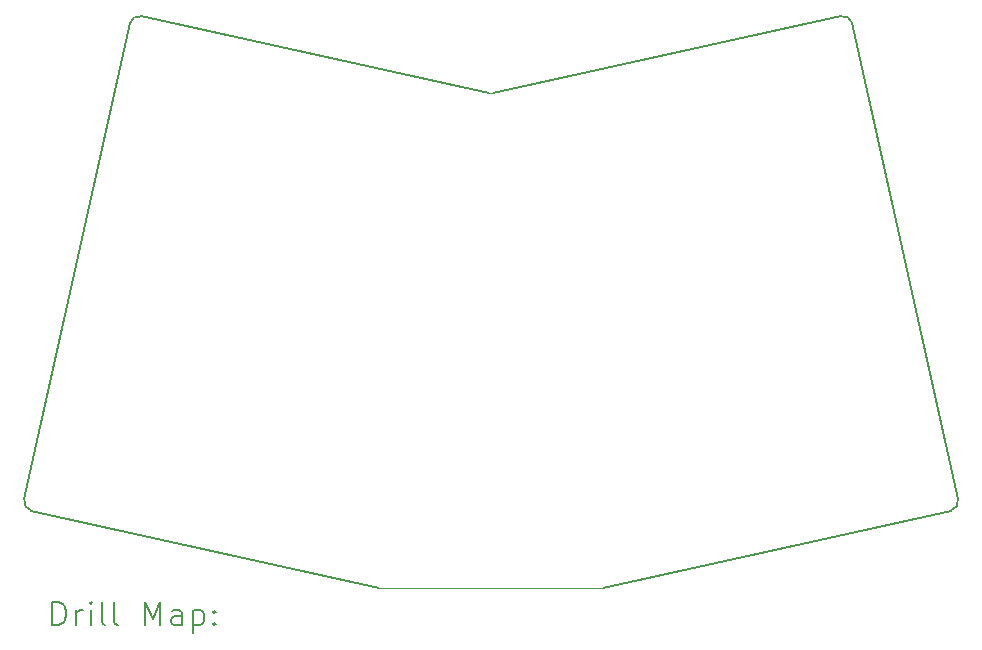
<source format=gbr>
%TF.GenerationSoftware,KiCad,Pcbnew,7.0.1-0*%
%TF.CreationDate,2023-05-03T10:27:24+09:00*%
%TF.ProjectId,centerjoint-0cm-wSwitch,63656e74-6572-46a6-9f69-6e742d30636d,rev?*%
%TF.SameCoordinates,Original*%
%TF.FileFunction,Drillmap*%
%TF.FilePolarity,Positive*%
%FSLAX45Y45*%
G04 Gerber Fmt 4.5, Leading zero omitted, Abs format (unit mm)*
G04 Created by KiCad (PCBNEW 7.0.1-0) date 2023-05-03 10:27:24*
%MOMM*%
%LPD*%
G01*
G04 APERTURE LIST*
%ADD10C,0.150000*%
%ADD11C,0.100000*%
%ADD12C,0.200000*%
G04 APERTURE END LIST*
D10*
X5609191Y-2082009D02*
X8553944Y-1429173D01*
D11*
X4642662Y-6266658D02*
X6536906Y-6266658D01*
D10*
X2625625Y-1429165D02*
G75*
G03*
X2530950Y-1489487I-17185J-77485D01*
G01*
X1637597Y-5519150D02*
G75*
G03*
X1697909Y-5613822I77493J-17180D01*
G01*
X2625623Y-1429174D02*
X5570376Y-2082010D01*
X9481660Y-5613827D02*
G75*
G03*
X9541972Y-5519149I-17170J77487D01*
G01*
X1637595Y-5519149D02*
X2530950Y-1489487D01*
X8648624Y-1489485D02*
G75*
G03*
X8553944Y-1429173I-77484J-17165D01*
G01*
X8648618Y-1489487D02*
X9541972Y-5519149D01*
D11*
X5570376Y-2082010D02*
X5609191Y-2082009D01*
D10*
X9481659Y-5613822D02*
X6536906Y-6266658D01*
X4642662Y-6266658D02*
X1697909Y-5613822D01*
D12*
X1875835Y-6586682D02*
X1875835Y-6386682D01*
X1875835Y-6386682D02*
X1923454Y-6386682D01*
X1923454Y-6386682D02*
X1952025Y-6396206D01*
X1952025Y-6396206D02*
X1971073Y-6415254D01*
X1971073Y-6415254D02*
X1980597Y-6434301D01*
X1980597Y-6434301D02*
X1990120Y-6472396D01*
X1990120Y-6472396D02*
X1990120Y-6500968D01*
X1990120Y-6500968D02*
X1980597Y-6539063D01*
X1980597Y-6539063D02*
X1971073Y-6558111D01*
X1971073Y-6558111D02*
X1952025Y-6577158D01*
X1952025Y-6577158D02*
X1923454Y-6586682D01*
X1923454Y-6586682D02*
X1875835Y-6586682D01*
X2075835Y-6586682D02*
X2075835Y-6453349D01*
X2075835Y-6491444D02*
X2085359Y-6472396D01*
X2085359Y-6472396D02*
X2094882Y-6462873D01*
X2094882Y-6462873D02*
X2113930Y-6453349D01*
X2113930Y-6453349D02*
X2132978Y-6453349D01*
X2199644Y-6586682D02*
X2199644Y-6453349D01*
X2199644Y-6386682D02*
X2190121Y-6396206D01*
X2190121Y-6396206D02*
X2199644Y-6405730D01*
X2199644Y-6405730D02*
X2209168Y-6396206D01*
X2209168Y-6396206D02*
X2199644Y-6386682D01*
X2199644Y-6386682D02*
X2199644Y-6405730D01*
X2323454Y-6586682D02*
X2304406Y-6577158D01*
X2304406Y-6577158D02*
X2294882Y-6558111D01*
X2294882Y-6558111D02*
X2294882Y-6386682D01*
X2428216Y-6586682D02*
X2409168Y-6577158D01*
X2409168Y-6577158D02*
X2399644Y-6558111D01*
X2399644Y-6558111D02*
X2399644Y-6386682D01*
X2656787Y-6586682D02*
X2656787Y-6386682D01*
X2656787Y-6386682D02*
X2723454Y-6529539D01*
X2723454Y-6529539D02*
X2790121Y-6386682D01*
X2790121Y-6386682D02*
X2790121Y-6586682D01*
X2971073Y-6586682D02*
X2971073Y-6481920D01*
X2971073Y-6481920D02*
X2961549Y-6462873D01*
X2961549Y-6462873D02*
X2942501Y-6453349D01*
X2942501Y-6453349D02*
X2904406Y-6453349D01*
X2904406Y-6453349D02*
X2885359Y-6462873D01*
X2971073Y-6577158D02*
X2952025Y-6586682D01*
X2952025Y-6586682D02*
X2904406Y-6586682D01*
X2904406Y-6586682D02*
X2885359Y-6577158D01*
X2885359Y-6577158D02*
X2875835Y-6558111D01*
X2875835Y-6558111D02*
X2875835Y-6539063D01*
X2875835Y-6539063D02*
X2885359Y-6520016D01*
X2885359Y-6520016D02*
X2904406Y-6510492D01*
X2904406Y-6510492D02*
X2952025Y-6510492D01*
X2952025Y-6510492D02*
X2971073Y-6500968D01*
X3066311Y-6453349D02*
X3066311Y-6653349D01*
X3066311Y-6462873D02*
X3085359Y-6453349D01*
X3085359Y-6453349D02*
X3123454Y-6453349D01*
X3123454Y-6453349D02*
X3142501Y-6462873D01*
X3142501Y-6462873D02*
X3152025Y-6472396D01*
X3152025Y-6472396D02*
X3161549Y-6491444D01*
X3161549Y-6491444D02*
X3161549Y-6548587D01*
X3161549Y-6548587D02*
X3152025Y-6567635D01*
X3152025Y-6567635D02*
X3142501Y-6577158D01*
X3142501Y-6577158D02*
X3123454Y-6586682D01*
X3123454Y-6586682D02*
X3085359Y-6586682D01*
X3085359Y-6586682D02*
X3066311Y-6577158D01*
X3247263Y-6567635D02*
X3256787Y-6577158D01*
X3256787Y-6577158D02*
X3247263Y-6586682D01*
X3247263Y-6586682D02*
X3237740Y-6577158D01*
X3237740Y-6577158D02*
X3247263Y-6567635D01*
X3247263Y-6567635D02*
X3247263Y-6586682D01*
X3247263Y-6462873D02*
X3256787Y-6472396D01*
X3256787Y-6472396D02*
X3247263Y-6481920D01*
X3247263Y-6481920D02*
X3237740Y-6472396D01*
X3237740Y-6472396D02*
X3247263Y-6462873D01*
X3247263Y-6462873D02*
X3247263Y-6481920D01*
M02*

</source>
